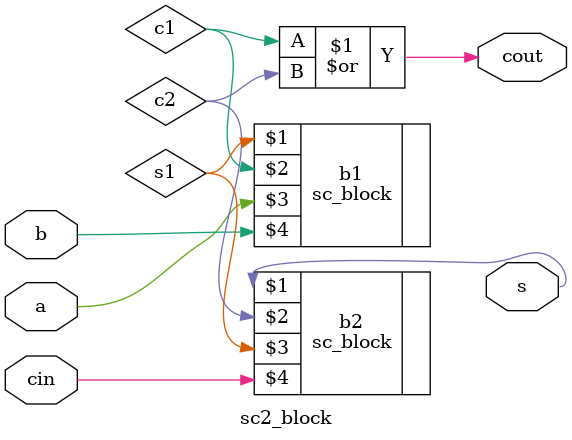
<source format=v>

module sc2_block(s, cout, a, b, cin);
   output s, cout;
   input  a, b, cin;
   wire   s1, c1, c2;

   sc_block b1(s1, c1, a, b);
   sc_block b2(s, c2, s1, cin);
   or o1(cout, c1, c2);
   
endmodule // sc2_block

</source>
